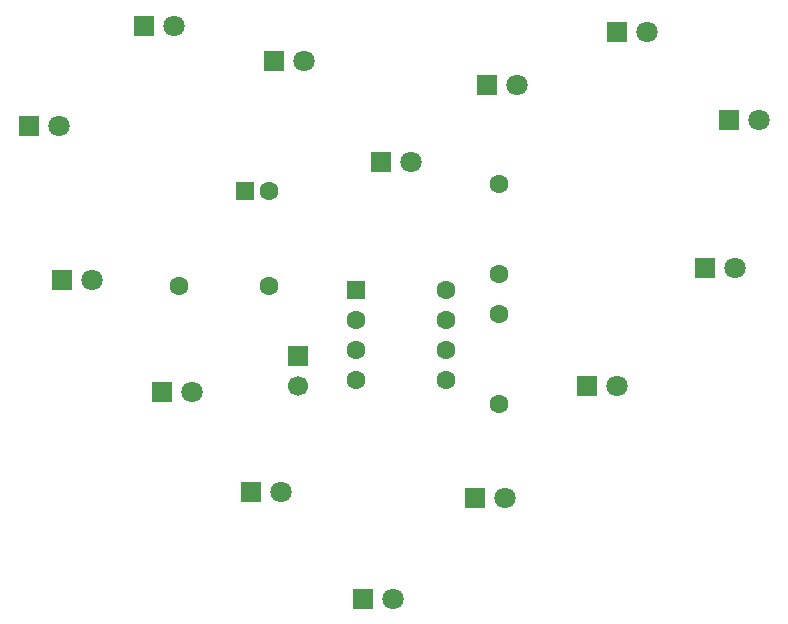
<source format=gbr>
%TF.GenerationSoftware,KiCad,Pcbnew,9.0.7*%
%TF.CreationDate,2026-02-20T23:46:02+05:30*%
%TF.ProjectId,heart-board,68656172-742d-4626-9f61-72642e6b6963,rev?*%
%TF.SameCoordinates,Original*%
%TF.FileFunction,Soldermask,Bot*%
%TF.FilePolarity,Negative*%
%FSLAX46Y46*%
G04 Gerber Fmt 4.6, Leading zero omitted, Abs format (unit mm)*
G04 Created by KiCad (PCBNEW 9.0.7) date 2026-02-20 23:46:02*
%MOMM*%
%LPD*%
G01*
G04 APERTURE LIST*
G04 Aperture macros list*
%AMRoundRect*
0 Rectangle with rounded corners*
0 $1 Rounding radius*
0 $2 $3 $4 $5 $6 $7 $8 $9 X,Y pos of 4 corners*
0 Add a 4 corners polygon primitive as box body*
4,1,4,$2,$3,$4,$5,$6,$7,$8,$9,$2,$3,0*
0 Add four circle primitives for the rounded corners*
1,1,$1+$1,$2,$3*
1,1,$1+$1,$4,$5*
1,1,$1+$1,$6,$7*
1,1,$1+$1,$8,$9*
0 Add four rect primitives between the rounded corners*
20,1,$1+$1,$2,$3,$4,$5,0*
20,1,$1+$1,$4,$5,$6,$7,0*
20,1,$1+$1,$6,$7,$8,$9,0*
20,1,$1+$1,$8,$9,$2,$3,0*%
G04 Aperture macros list end*
%ADD10R,1.800000X1.800000*%
%ADD11C,1.800000*%
%ADD12R,1.700000X1.700000*%
%ADD13C,1.700000*%
%ADD14RoundRect,0.250000X-0.550000X-0.550000X0.550000X-0.550000X0.550000X0.550000X-0.550000X0.550000X0*%
%ADD15C,1.600000*%
G04 APERTURE END LIST*
D10*
%TO.C,D13*%
X203960000Y-56500000D03*
D11*
X206500000Y-56500000D03*
%TD*%
D12*
%TO.C,BT1*%
X177000000Y-83960000D03*
D13*
X177000000Y-86500000D03*
%TD*%
D14*
%TO.C,C1*%
X172500000Y-70000000D03*
D15*
X174500000Y-70000000D03*
%TD*%
D11*
%TO.C,D14*%
X195500000Y-61000000D03*
D10*
X192960000Y-61000000D03*
%TD*%
D14*
%TO.C,U1*%
X181880000Y-78380000D03*
D15*
X181880000Y-80920000D03*
X181880000Y-83460000D03*
X181880000Y-86000000D03*
X189500000Y-86000000D03*
X189500000Y-83460000D03*
X189500000Y-80920000D03*
X189500000Y-78380000D03*
%TD*%
%TO.C,R3*%
X166880000Y-78000000D03*
X174500000Y-78000000D03*
%TD*%
%TO.C,R2*%
X194000000Y-80380000D03*
X194000000Y-88000000D03*
%TD*%
%TO.C,R1*%
X194000000Y-69380000D03*
X194000000Y-77000000D03*
%TD*%
D10*
%TO.C,D12*%
X213460000Y-64000000D03*
D11*
X216000000Y-64000000D03*
%TD*%
D10*
%TO.C,D11*%
X211460000Y-76500000D03*
D11*
X214000000Y-76500000D03*
%TD*%
D10*
%TO.C,D10*%
X201460000Y-86500000D03*
D11*
X204000000Y-86500000D03*
%TD*%
D10*
%TO.C,D9*%
X191960000Y-96000000D03*
D11*
X194500000Y-96000000D03*
%TD*%
D10*
%TO.C,D7*%
X172960000Y-95500000D03*
D11*
X175500000Y-95500000D03*
%TD*%
D10*
%TO.C,D6*%
X165460000Y-87000000D03*
D11*
X168000000Y-87000000D03*
%TD*%
D10*
%TO.C,D5*%
X156960000Y-77500000D03*
D11*
X159500000Y-77500000D03*
%TD*%
D10*
%TO.C,D4*%
X154225000Y-64500000D03*
D11*
X156765000Y-64500000D03*
%TD*%
D10*
%TO.C,D3*%
X163960000Y-56000000D03*
D11*
X166500000Y-56000000D03*
%TD*%
D10*
%TO.C,D2*%
X174960000Y-59000000D03*
D11*
X177500000Y-59000000D03*
%TD*%
%TO.C,D1*%
X186500000Y-67500000D03*
D10*
X183960000Y-67500000D03*
%TD*%
%TO.C,D8*%
X182460000Y-104500000D03*
D11*
X185000000Y-104500000D03*
%TD*%
M02*

</source>
